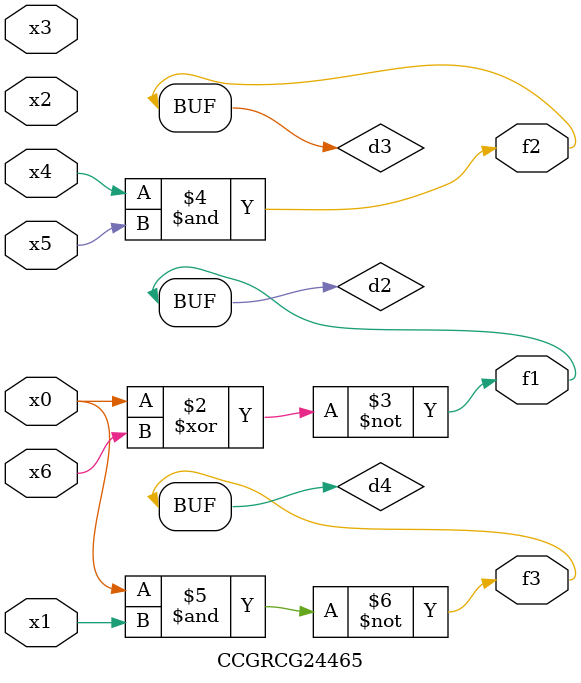
<source format=v>
module CCGRCG24465(
	input x0, x1, x2, x3, x4, x5, x6,
	output f1, f2, f3
);

	wire d1, d2, d3, d4;

	nor (d1, x0);
	xnor (d2, x0, x6);
	and (d3, x4, x5);
	nand (d4, x0, x1);
	assign f1 = d2;
	assign f2 = d3;
	assign f3 = d4;
endmodule

</source>
